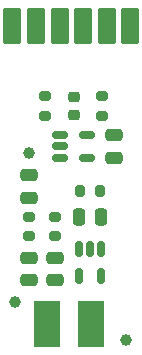
<source format=gbr>
%TF.GenerationSoftware,KiCad,Pcbnew,7.0.1*%
%TF.CreationDate,2024-02-21T11:50:47-08:00*%
%TF.ProjectId,G305_lipo_PMIC,47333035-5f6c-4697-906f-5f504d49432e,rev?*%
%TF.SameCoordinates,Original*%
%TF.FileFunction,Soldermask,Top*%
%TF.FilePolarity,Negative*%
%FSLAX46Y46*%
G04 Gerber Fmt 4.6, Leading zero omitted, Abs format (unit mm)*
G04 Created by KiCad (PCBNEW 7.0.1) date 2024-02-21 11:50:47*
%MOMM*%
%LPD*%
G01*
G04 APERTURE LIST*
G04 Aperture macros list*
%AMRoundRect*
0 Rectangle with rounded corners*
0 $1 Rounding radius*
0 $2 $3 $4 $5 $6 $7 $8 $9 X,Y pos of 4 corners*
0 Add a 4 corners polygon primitive as box body*
4,1,4,$2,$3,$4,$5,$6,$7,$8,$9,$2,$3,0*
0 Add four circle primitives for the rounded corners*
1,1,$1+$1,$2,$3*
1,1,$1+$1,$4,$5*
1,1,$1+$1,$6,$7*
1,1,$1+$1,$8,$9*
0 Add four rect primitives between the rounded corners*
20,1,$1+$1,$2,$3,$4,$5,0*
20,1,$1+$1,$4,$5,$6,$7,0*
20,1,$1+$1,$6,$7,$8,$9,0*
20,1,$1+$1,$8,$9,$2,$3,0*%
G04 Aperture macros list end*
%ADD10R,2.200000X3.900000*%
%ADD11C,1.000000*%
%ADD12RoundRect,0.075000X-0.675000X-1.425000X0.675000X-1.425000X0.675000X1.425000X-0.675000X1.425000X0*%
%ADD13RoundRect,0.250000X0.250000X0.475000X-0.250000X0.475000X-0.250000X-0.475000X0.250000X-0.475000X0*%
%ADD14RoundRect,0.200000X-0.275000X0.200000X-0.275000X-0.200000X0.275000X-0.200000X0.275000X0.200000X0*%
%ADD15RoundRect,0.200000X0.275000X-0.200000X0.275000X0.200000X-0.275000X0.200000X-0.275000X-0.200000X0*%
%ADD16RoundRect,0.250000X-0.475000X0.250000X-0.475000X-0.250000X0.475000X-0.250000X0.475000X0.250000X0*%
%ADD17RoundRect,0.200000X-0.200000X-0.275000X0.200000X-0.275000X0.200000X0.275000X-0.200000X0.275000X0*%
%ADD18RoundRect,0.150000X-0.512500X-0.150000X0.512500X-0.150000X0.512500X0.150000X-0.512500X0.150000X0*%
%ADD19RoundRect,0.250000X0.475000X-0.250000X0.475000X0.250000X-0.475000X0.250000X-0.475000X-0.250000X0*%
%ADD20RoundRect,0.150000X-0.150000X0.512500X-0.150000X-0.512500X0.150000X-0.512500X0.150000X0.512500X0*%
%ADD21RoundRect,0.218750X-0.256250X0.218750X-0.256250X-0.218750X0.256250X-0.218750X0.256250X0.218750X0*%
G04 APERTURE END LIST*
D10*
%TO.C,L1*%
X107700000Y-97000000D03*
X103900000Y-97000000D03*
%TD*%
D11*
%TO.C,TP1*%
X102400000Y-82600000D03*
%TD*%
D12*
%TO.C,J1*%
X101000000Y-71800000D03*
X103000000Y-71800000D03*
X105000000Y-71800000D03*
X107000000Y-71800000D03*
X109000000Y-71800000D03*
X111000000Y-71800000D03*
%TD*%
D13*
%TO.C,C4*%
X108550000Y-88000000D03*
X106650000Y-88000000D03*
%TD*%
D14*
%TO.C,R2*%
X103800000Y-77775000D03*
X103800000Y-79425000D03*
%TD*%
D15*
%TO.C,R4*%
X104600000Y-89625001D03*
X104600000Y-87975001D03*
%TD*%
D16*
%TO.C,C2*%
X102400000Y-84450000D03*
X102400000Y-86350000D03*
%TD*%
D17*
%TO.C,R3*%
X106775000Y-85800000D03*
X108425000Y-85800000D03*
%TD*%
D18*
%TO.C,U1*%
X105062500Y-81050000D03*
X105062500Y-82000000D03*
X105062500Y-82950000D03*
X107337500Y-82950000D03*
X107337500Y-81050000D03*
%TD*%
D19*
%TO.C,C1*%
X109600000Y-82950000D03*
X109600000Y-81050000D03*
%TD*%
D20*
%TO.C,U2*%
X108550000Y-90662500D03*
X107600000Y-90662500D03*
X106650000Y-90662500D03*
X106650000Y-92937500D03*
X108550000Y-92937500D03*
%TD*%
D11*
%TO.C,TP2*%
X101200000Y-95200000D03*
%TD*%
D15*
%TO.C,R1*%
X108600000Y-79425000D03*
X108600000Y-77775000D03*
%TD*%
D19*
%TO.C,C3*%
X104600000Y-93350000D03*
X104600000Y-91450000D03*
%TD*%
%TO.C,C6*%
X102400000Y-93350000D03*
X102400000Y-91450000D03*
%TD*%
D11*
%TO.C,TP3*%
X110600000Y-98400000D03*
%TD*%
D21*
%TO.C,D1*%
X106200000Y-77812500D03*
X106200000Y-79387500D03*
%TD*%
D15*
%TO.C,R5*%
X102400000Y-89625000D03*
X102400000Y-87975000D03*
%TD*%
M02*

</source>
